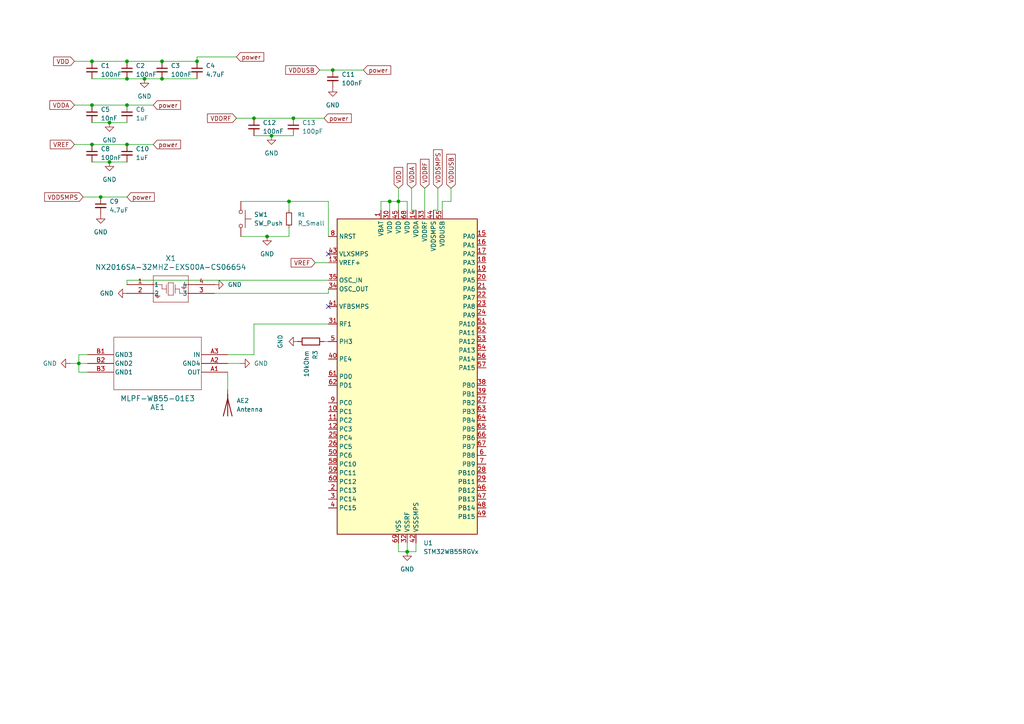
<source format=kicad_sch>
(kicad_sch (version 20250114) (generator "eeschema") (generator_version "9.0")
  (paper "A4")
  (lib_symbols
    (symbol "395_project_library:MLPF-WB55-01E3" (pin_names (offset 0.254))
      (property "Reference" "AE" (at 20.32 10.16 0))
      (property "Value" "MLPF-WB55-01E3" (at 20.32 7.62 0))
      (symbol "MLPF-WB55-01E3_0_1"
        (polyline (pts (xy 7.62 5.08) (xy 7.62 -10.16)) (stroke (width 0.127)))
        (polyline (pts (xy 7.62 -10.16) (xy 33.02 -10.16)) (stroke (width 0.127)))
        (polyline (pts (xy 33.02 5.08) (xy 7.62 5.08)) (stroke (width 0.127)))
        (polyline (pts (xy 33.02 -10.16) (xy 33.02 5.08)) (stroke (width 0.127)))
        (pin input line (at 0 0 0) (length 7.62) (name "OUT") (number "A1"))
        (pin power_out line (at 0 -2.54 0) (length 7.62) (name "GND4") (number "A2"))
        (pin output line (at 0 -5.08 0) (length 7.62) (name "IN") (number "A3"))
        (pin power_out line (at 40.64 0 180) (length 7.62) (name "GND1") (number "B3"))
        (pin power_out line (at 40.64 -2.54 180) (length 7.62) (name "GND2") (number "B2"))
        (pin power_out line (at 40.64 -5.08 180) (length 7.62) (name "GND3") (number "B1"))
      )
    )
    (symbol "395_project_library:NX2016SA-32MHZ-EXS00A-CS06654" (pin_names (offset 0.254))
      (property "Reference" "X" (at 12.7 7.62 0))
      (property "Value" "NX2016SA-32MHZ-EXS00A-CS06654" (at 12.7 5.08 0))
      (symbol "NX2016SA-32MHZ-EXS00A-CS06654_0_1"
        (polyline (pts (xy 7.62 2.54) (xy 7.62 -5.08)) (stroke (width 0.127)))
        (polyline (pts (xy 7.62 -2.54) (xy 8.89 -2.54)) (stroke (width 0.127)))
        (polyline (pts (xy 7.62 -5.08) (xy 17.78 -5.08)) (stroke (width 0.127)))
        (polyline (pts (xy 8.128 -3.302) (xy 9.652 -3.302)) (stroke (width 0.127)))
        (polyline (pts (xy 8.382 -3.556) (xy 9.398 -3.556)) (stroke (width 0.127)))
        (polyline (pts (xy 8.636 -3.81) (xy 9.144 -3.81)) (stroke (width 0.127)))
        (polyline (pts (xy 8.89 -2.54) (xy 8.89 -3.302)) (stroke (width 0.127)))
        (polyline (pts (xy 10.16 0) (xy 7.62 0)) (stroke (width 0.127)))
        (polyline (pts (xy 10.16 -1.27) (xy 10.16 0)) (stroke (width 0.127)))
        (polyline (pts (xy 11.43 0) (xy 11.43 -2.54)) (stroke (width 0.127)))
        (polyline (pts (xy 11.43 -1.27) (xy 10.16 -1.27)) (stroke (width 0.127)))
        (polyline (pts (xy 11.938 0.508) (xy 11.938 -3.048)) (stroke (width 0.127)))
        (polyline (pts (xy 11.938 -3.048) (xy 13.462 -3.048)) (stroke (width 0.127)))
        (polyline (pts (xy 13.462 0.508) (xy 11.938 0.508)) (stroke (width 0.127)))
        (polyline (pts (xy 13.462 -3.048) (xy 13.462 0.508)) (stroke (width 0.127)))
        (polyline (pts (xy 13.97 0) (xy 13.97 -2.54)) (stroke (width 0.127)))
        (polyline (pts (xy 13.97 -1.27) (xy 15.24 -1.27)) (stroke (width 0.127)))
        (polyline (pts (xy 15.24 -1.27) (xy 15.24 -2.54)) (stroke (width 0.127)))
        (polyline (pts (xy 15.24 -2.54) (xy 17.78 -2.54)) (stroke (width 0.127)))
        (polyline (pts (xy 16.51 0) (xy 16.51 -0.762)) (stroke (width 0.127)))
        (polyline (pts (xy 16.764 -1.27) (xy 16.256 -1.27)) (stroke (width 0.127)))
        (polyline (pts (xy 17.018 -1.016) (xy 16.002 -1.016)) (stroke (width 0.127)))
        (polyline (pts (xy 17.272 -0.762) (xy 15.748 -0.762)) (stroke (width 0.127)))
        (polyline (pts (xy 17.78 2.54) (xy 7.62 2.54)) (stroke (width 0.127)))
        (polyline (pts (xy 17.78 0) (xy 16.51 0)) (stroke (width 0.127)))
        (polyline (pts (xy 17.78 -5.08) (xy 17.78 2.54)) (stroke (width 0.127)))
        (pin unspecified line (at 0 0 0) (length 7.62) (name "1") (number "1"))
        (pin unspecified line (at 0 -2.54 0) (length 7.62) (name "2") (number "2"))
        (pin unspecified line (at 25.4 0 180) (length 7.62) (name "4") (number "4"))
        (pin unspecified line (at 25.4 -2.54 180) (length 7.62) (name "3") (number "3"))
      )
    )
    (symbol "Device:Antenna" (pin_numbers (hide yes)) (pin_names (offset 1.016) (hide yes))
      (property "Reference" "AE" (at -1.905 1.905 0))
      (property "Value" "Antenna" (at -1.905 0 0))
      (symbol "Antenna_0_1"
        (polyline (pts (xy 0 2.54) (xy 0 -3.81)) (stroke (width 0.254)))
        (polyline (pts (xy 1.27 2.54) (xy 0 -2.54) (xy -1.27 2.54)) (stroke (width 0.254)))
      )
      (symbol "Antenna_1_1"
        (pin input line (at 0 -5.08 90) (length 2.54) (name "A") (number "1"))
      )
    )
    (symbol "Device:C_Small" (pin_numbers (hide yes)) (pin_names (offset 0.254) (hide yes))
      (property "Reference" "C" (at 0.254 1.778 0))
      (property "Value" "C_Small" (at 0.254 -2.032 0))
      (symbol "C_Small_0_1"
        (polyline (pts (xy -1.524 0.508) (xy 1.524 0.508)) (stroke (width 0.3048)))
        (polyline (pts (xy -1.524 -0.508) (xy 1.524 -0.508)) (stroke (width 0.3302)))
      )
      (symbol "C_Small_1_1"
        (pin passive line (at 0 2.54 270) (length 2.032) (name "~") (number "1"))
        (pin passive line (at 0 -2.54 90) (length 2.032) (name "~") (number "2"))
      )
    )
    (symbol "Device:R" (pin_numbers (hide yes)) (pin_names (offset 0))
      (property "Reference" "R" (at 2.032 0 90))
      (property "Value" "R" (at 0 0 90))
      (symbol "R_0_1"
        (rectangle (start -1.016 -2.54) (end 1.016 2.54) (stroke (width 0.254)))
      )
      (symbol "R_1_1"
        (pin passive line (at 0 3.81 270) (length 1.27) (name "~") (number "1"))
        (pin passive line (at 0 -3.81 90) (length 1.27) (name "~") (number "2"))
      )
    )
    (symbol "Device:R_Small" (pin_numbers (hide yes)) (pin_names (offset 0.254) (hide yes))
      (property "Reference" "R" (at 0 0 90))
      (property "Value" "R_Small" (at 1.778 0 90))
      (symbol "R_Small_0_1"
        (rectangle (start -0.762 1.778) (end 0.762 -1.778) (stroke (width 0.2032)))
      )
      (symbol "R_Small_1_1"
        (pin passive line (at 0 2.54 270) (length 0.762) (name "~") (number "1"))
        (pin passive line (at 0 -2.54 90) (length 0.762) (name "~") (number "2"))
      )
    )
    (symbol "MCU_ST_STM32WB:STM32WB55RGVx"
      (property "Reference" "U" (at -20.32 46.99 0))
      (property "Value" "STM32WB55RGVx" (at 12.7 46.99 0))
      (symbol "STM32WB55RGVx_0_1"
        (rectangle (start -20.32 -45.72) (end 20.32 45.72) (stroke (width 0.254)) (fill (type background)))
      )
      (symbol "STM32WB55RGVx_1_1"
        (pin input line (at -22.86 40.64 0) (length 2.54) (name "NRST") (number "8"))
        (pin power_in line (at -22.86 35.56 0) (length 2.54) (name "VLXSMPS") (number "43"))
        (pin input line (at -22.86 33.02 0) (length 2.54) (name "VREF+") (number "13"))
        (pin input line (at -22.86 27.94 0) (length 2.54) (name "OSC_IN") (number "35"))
        (pin input line (at -22.86 25.4 0) (length 2.54) (name "OSC_OUT") (number "34"))
        (pin input line (at -22.86 20.32 0) (length 2.54) (name "VFBSMPS") (number "41"))
        (pin bidirectional line (at -22.86 15.24 0) (length 2.54) (name "RF1") (number "31"))
        (pin bidirectional line (at -22.86 10.16 0) (length 2.54) (name "PH3") (number "5"))
        (pin bidirectional line (at -22.86 5.08 0) (length 2.54) (name "PE4") (number "40"))
        (pin bidirectional line (at -22.86 0 0) (length 2.54) (name "PD0") (number "61"))
        (pin bidirectional line (at -22.86 -2.54 0) (length 2.54) (name "PD1") (number "62"))
        (pin bidirectional line (at -22.86 -7.62 0) (length 2.54) (name "PC0") (number "9"))
        (pin bidirectional line (at -22.86 -10.16 0) (length 2.54) (name "PC1") (number "10"))
        (pin bidirectional line (at -22.86 -12.7 0) (length 2.54) (name "PC2") (number "11"))
        (pin bidirectional line (at -22.86 -15.24 0) (length 2.54) (name "PC3") (number "12"))
        (pin bidirectional line (at -22.86 -17.78 0) (length 2.54) (name "PC4") (number "25"))
        (pin bidirectional line (at -22.86 -20.32 0) (length 2.54) (name "PC5") (number "26"))
        (pin bidirectional line (at -22.86 -22.86 0) (length 2.54) (name "PC6") (number "50"))
        (pin bidirectional line (at -22.86 -25.4 0) (length 2.54) (name "PC10") (number "58"))
        (pin bidirectional line (at -22.86 -27.94 0) (length 2.54) (name "PC11") (number "59"))
        (pin bidirectional line (at -22.86 -30.48 0) (length 2.54) (name "PC12") (number "60"))
        (pin bidirectional line (at -22.86 -33.02 0) (length 2.54) (name "PC13") (number "2"))
        (pin bidirectional line (at -22.86 -35.56 0) (length 2.54) (name "PC14") (number "3"))
        (pin bidirectional line (at -22.86 -38.1 0) (length 2.54) (name "PC15") (number "4"))
        (pin no_connect line (at -20.32 -43.18 0) (length 2.54) (hide yes) (name "AT1") (number "37"))
        (pin no_connect line (at -20.32 -45.72 0) (length 2.54) (hide yes) (name "AT0") (number "36"))
        (pin power_in line (at -7.62 48.26 270) (length 2.54) (name "VBAT") (number "1"))
        (pin power_in line (at -5.08 48.26 270) (length 2.54) (name "VDD") (number "30"))
        (pin power_in line (at -2.54 48.26 270) (length 2.54) (name "VDD") (number "45"))
        (pin power_in line (at -2.54 -48.26 90) (length 2.54) (name "VSS") (number "69"))
        (pin power_in line (at 0 48.26 270) (length 2.54) (name "VDD") (number "68"))
        (pin power_in line (at 0 -48.26 90) (length 2.54) (name "VSSRF") (number "32"))
        (pin power_in line (at 2.54 48.26 270) (length 2.54) (name "VDDA") (number "14"))
        (pin power_in line (at 2.54 -48.26 90) (length 2.54) (name "VSSSMPS") (number "42"))
        (pin power_in line (at 5.08 48.26 270) (length 2.54) (name "VDDRF") (number "33"))
        (pin power_in line (at 7.62 48.26 270) (length 2.54) (name "VDDSMPS") (number "44"))
        (pin power_in line (at 10.16 48.26 270) (length 2.54) (name "VDDUSB") (number "55"))
        (pin bidirectional line (at 22.86 40.64 180) (length 2.54) (name "PA0") (number "15"))
        (pin bidirectional line (at 22.86 38.1 180) (length 2.54) (name "PA1") (number "16"))
        (pin bidirectional line (at 22.86 35.56 180) (length 2.54) (name "PA2") (number "17"))
        (pin bidirectional line (at 22.86 33.02 180) (length 2.54) (name "PA3") (number "18"))
        (pin bidirectional line (at 22.86 30.48 180) (length 2.54) (name "PA4") (number "19"))
        (pin bidirectional line (at 22.86 27.94 180) (length 2.54) (name "PA5") (number "20"))
        (pin bidirectional line (at 22.86 25.4 180) (length 2.54) (name "PA6") (number "21"))
        (pin bidirectional line (at 22.86 22.86 180) (length 2.54) (name "PA7") (number "22"))
        (pin bidirectional line (at 22.86 20.32 180) (length 2.54) (name "PA8") (number "23"))
        (pin bidirectional line (at 22.86 17.78 180) (length 2.54) (name "PA9") (number "24"))
        (pin bidirectional line (at 22.86 15.24 180) (length 2.54) (name "PA10") (number "51"))
        (pin bidirectional line (at 22.86 12.7 180) (length 2.54) (name "PA11") (number "52"))
        (pin bidirectional line (at 22.86 10.16 180) (length 2.54) (name "PA12") (number "53"))
        (pin bidirectional line (at 22.86 7.62 180) (length 2.54) (name "PA13") (number "54"))
        (pin bidirectional line (at 22.86 5.08 180) (length 2.54) (name "PA14") (number "56"))
        (pin bidirectional line (at 22.86 2.54 180) (length 2.54) (name "PA15") (number "57"))
        (pin bidirectional line (at 22.86 -2.54 180) (length 2.54) (name "PB0") (number "38"))
        (pin bidirectional line (at 22.86 -5.08 180) (length 2.54) (name "PB1") (number "39"))
        (pin bidirectional line (at 22.86 -7.62 180) (length 2.54) (name "PB2") (number "27"))
        (pin bidirectional line (at 22.86 -10.16 180) (length 2.54) (name "PB3") (number "63"))
        (pin bidirectional line (at 22.86 -12.7 180) (length 2.54) (name "PB4") (number "64"))
        (pin bidirectional line (at 22.86 -15.24 180) (length 2.54) (name "PB5") (number "65"))
        (pin bidirectional line (at 22.86 -17.78 180) (length 2.54) (name "PB6") (number "66"))
        (pin bidirectional line (at 22.86 -20.32 180) (length 2.54) (name "PB7") (number "67"))
        (pin bidirectional line (at 22.86 -22.86 180) (length 2.54) (name "PB8") (number "6"))
        (pin bidirectional line (at 22.86 -25.4 180) (length 2.54) (name "PB9") (number "7"))
        (pin bidirectional line (at 22.86 -27.94 180) (length 2.54) (name "PB10") (number "28"))
        (pin bidirectional line (at 22.86 -30.48 180) (length 2.54) (name "PB11") (number "29"))
        (pin bidirectional line (at 22.86 -33.02 180) (length 2.54) (name "PB12") (number "46"))
        (pin bidirectional line (at 22.86 -35.56 180) (length 2.54) (name "PB13") (number "47"))
        (pin bidirectional line (at 22.86 -38.1 180) (length 2.54) (name "PB14") (number "48"))
        (pin bidirectional line (at 22.86 -40.64 180) (length 2.54) (name "PB15") (number "49"))
      )
    )
    (symbol "Switch:SW_Push" (pin_numbers (hide yes)) (pin_names (offset 1.016) (hide yes))
      (property "Reference" "SW" (at 1.27 2.54 0))
      (property "Value" "SW_Push" (at 0 -1.524 0))
      (symbol "SW_Push_0_1"
        (circle (center -2.032 0) (radius 0.508))
        (polyline (pts (xy 0 1.27) (xy 0 3.048)))
        (circle (center 2.032 0) (radius 0.508))
        (polyline (pts (xy 2.54 1.27) (xy -2.54 1.27)))
        (pin passive line (at -5.08 0 0) (length 2.54) (name "1") (number "1"))
        (pin passive line (at 5.08 0 180) (length 2.54) (name "2") (number "2"))
      )
    )
    (symbol "power:GND" (power) (pin_numbers (hide yes)) (pin_names (offset 0) (hide yes))
      (property "Value" "GND" (at 0 -3.81 0))
      (symbol "GND_0_1"
        (polyline (pts (xy 0 0) (xy 0 -1.27) (xy 1.27 -1.27) (xy 0 -2.54) (xy -1.27 -1.27) (xy 0 -1.27)))
      )
      (symbol "GND_1_1"
        (pin power_in line (at 0 0 270) (length 0) (name "~") (number "1"))
      )
    )
  )
  (junction (at 31.75 46.99))
  (junction (at 31.75 35.56))
  (junction (at 85.09 34.29))
  (junction (at 73.66 34.29))
  (junction (at 41.91 22.86))
  (junction (at 26.67 41.91))
  (junction (at 46.99 22.86))
  (junction (at 115.57 58.42))
  (junction (at 26.67 30.48))
  (junction (at 26.67 17.78))
  (junction (at 36.83 22.86))
  (junction (at 77.47 68.58))
  (junction (at 36.83 17.78))
  (junction (at 83.82 58.42))
  (junction (at 22.86 105.41))
  (junction (at 113.03 58.42))
  (junction (at 57.15 17.78))
  (junction (at 118.11 160.02))
  (junction (at 36.83 30.48))
  (junction (at 29.21 57.15))
  (junction (at 78.74 39.37))
  (junction (at 96.52 20.32))
  (junction (at 36.83 41.91))
  (junction (at 46.99 17.78))
  (no_connect (at 95.25 88.9))
  (no_connect (at 95.25 73.66))
  (wire (pts (xy 26.67 17.78) (xy 36.83 17.78)))
  (wire (pts (xy 118.11 157.48) (xy 118.11 160.02)))
  (wire (pts (xy 83.82 58.42) (xy 95.25 58.42)))
  (wire (pts (xy 69.85 105.41) (xy 66.04 105.41)))
  (wire (pts (xy 95.25 83.82) (xy 95.25 85.09)))
  (wire (pts (xy 66.04 102.87) (xy 73.66 102.87)))
  (wire (pts (xy 119.38 54.61) (xy 119.38 60.96)))
  (wire (pts (xy 36.83 22.86) (xy 41.91 22.86)))
  (wire (pts (xy 118.11 58.42) (xy 118.11 60.96)))
  (wire (pts (xy 115.57 54.61) (xy 115.57 58.42)))
  (wire (pts (xy 127 54.61) (xy 127 60.96)))
  (wire (pts (xy 123.19 54.61) (xy 123.19 60.96)))
  (wire (pts (xy 127 60.96) (xy 125.73 60.96)))
  (wire (pts (xy 130.81 58.42) (xy 128.27 58.42)))
  (wire (pts (xy 22.86 105.41) (xy 20.32 105.41)))
  (wire (pts (xy 73.66 93.98) (xy 95.25 93.98)))
  (wire (pts (xy 25.4 102.87) (xy 22.86 102.87)))
  (wire (pts (xy 73.66 34.29) (xy 85.09 34.29)))
  (wire (pts (xy 46.99 22.86) (xy 57.15 22.86)))
  (wire (pts (xy 73.66 102.87) (xy 73.66 93.98)))
  (wire (pts (xy 119.38 60.96) (xy 120.65 60.96)))
  (wire (pts (xy 120.65 157.48) (xy 120.65 160.02)))
  (wire (pts (xy 66.04 107.95) (xy 66.04 113.03)))
  (wire (pts (xy 25.4 105.41) (xy 22.86 105.41)))
  (wire (pts (xy 36.83 30.48) (xy 44.45 30.48)))
  (wire (pts (xy 31.75 35.56) (xy 36.83 35.56)))
  (wire (pts (xy 41.91 22.86) (xy 46.99 22.86)))
  (wire (pts (xy 26.67 22.86) (xy 36.83 22.86)))
  (wire (pts (xy 21.59 41.91) (xy 26.67 41.91)))
  (wire (pts (xy 115.57 160.02) (xy 118.11 160.02)))
  (wire (pts (xy 78.74 39.37) (xy 85.09 39.37)))
  (wire (pts (xy 26.67 30.48) (xy 36.83 30.48)))
  (wire (pts (xy 91.44 76.2) (xy 95.25 76.2)))
  (wire (pts (xy 113.03 58.42) (xy 113.03 60.96)))
  (wire (pts (xy 36.83 41.91) (xy 44.45 41.91)))
  (wire (pts (xy 110.49 58.42) (xy 110.49 60.96)))
  (wire (pts (xy 130.81 54.61) (xy 130.81 58.42)))
  (wire (pts (xy 93.98 99.06) (xy 95.25 99.06)))
  (wire (pts (xy 69.85 58.42) (xy 83.82 58.42)))
  (wire (pts (xy 22.86 102.87) (xy 22.86 105.41)))
  (wire (pts (xy 46.99 17.78) (xy 57.15 17.78)))
  (wire (pts (xy 83.82 68.58) (xy 83.82 66.04)))
  (wire (pts (xy 110.49 58.42) (xy 113.03 58.42)))
  (wire (pts (xy 57.15 16.51) (xy 57.15 17.78)))
  (wire (pts (xy 95.25 81.28) (xy 36.83 81.28)))
  (wire (pts (xy 22.86 107.95) (xy 22.86 105.41)))
  (wire (pts (xy 31.75 46.99) (xy 36.83 46.99)))
  (wire (pts (xy 25.4 107.95) (xy 22.86 107.95)))
  (wire (pts (xy 92.71 20.32) (xy 96.52 20.32)))
  (wire (pts (xy 36.83 17.78) (xy 46.99 17.78)))
  (wire (pts (xy 118.11 160.02) (xy 120.65 160.02)))
  (wire (pts (xy 96.52 20.32) (xy 105.41 20.32)))
  (wire (pts (xy 115.57 157.48) (xy 115.57 160.02)))
  (wire (pts (xy 36.83 81.28) (xy 36.83 82.55)))
  (wire (pts (xy 73.66 39.37) (xy 78.74 39.37)))
  (wire (pts (xy 128.27 58.42) (xy 128.27 60.96)))
  (wire (pts (xy 68.58 34.29) (xy 73.66 34.29)))
  (wire (pts (xy 21.59 30.48) (xy 26.67 30.48)))
  (wire (pts (xy 85.09 34.29) (xy 93.98 34.29)))
  (wire (pts (xy 69.85 68.58) (xy 77.47 68.58)))
  (wire (pts (xy 21.59 17.78) (xy 26.67 17.78)))
  (wire (pts (xy 95.25 85.09) (xy 62.23 85.09)))
  (wire (pts (xy 83.82 58.42) (xy 83.82 60.96)))
  (wire (pts (xy 115.57 58.42) (xy 118.11 58.42)))
  (wire (pts (xy 24.13 57.15) (xy 29.21 57.15)))
  (wire (pts (xy 115.57 58.42) (xy 115.57 60.96)))
  (wire (pts (xy 95.25 58.42) (xy 95.25 68.58)))
  (wire (pts (xy 77.47 68.58) (xy 83.82 68.58)))
  (wire (pts (xy 26.67 46.99) (xy 31.75 46.99)))
  (wire (pts (xy 29.21 57.15) (xy 36.83 57.15)))
  (wire (pts (xy 26.67 41.91) (xy 36.83 41.91)))
  (wire (pts (xy 26.67 35.56) (xy 31.75 35.56)))
  (wire (pts (xy 68.58 16.51) (xy 57.15 16.51)))
  (wire (pts (xy 113.03 58.42) (xy 115.57 58.42)))
  (global_label "VDD" (shape input) (at 21.59 17.78 180) (property "Intersheetrefs" "${INTERSHEET_REFS}" (effects (hide yes))))
  (global_label "VDDRF" (shape input) (at 68.58 34.29 180) (property "Intersheetrefs" "${INTERSHEET_REFS}" (effects (hide yes))))
  (global_label "VREF" (shape input) (at 91.44 76.2 180) (property "Intersheetrefs" "${INTERSHEET_REFS}" (effects (hide yes))))
  (global_label "power" (shape input) (at 105.41 20.32 0) (property "Intersheetrefs" "${INTERSHEET_REFS}" (effects (hide yes))))
  (global_label "VDD" (shape input) (at 115.57 54.61 90) (property "Intersheetrefs" "${INTERSHEET_REFS}" (effects (hide yes))))
  (global_label "VDDA" (shape input) (at 21.59 30.48 180) (property "Intersheetrefs" "${INTERSHEET_REFS}" (effects (hide yes))))
  (global_label "VDDSMPS" (shape input) (at 127 54.61 90) (property "Intersheetrefs" "${INTERSHEET_REFS}" (effects (hide yes))))
  (global_label "VDDRF" (shape input) (at 123.19 54.61 90) (property "Intersheetrefs" "${INTERSHEET_REFS}" (effects (hide yes))))
  (global_label "power" (shape input) (at 93.98 34.29 0) (property "Intersheetrefs" "${INTERSHEET_REFS}" (effects (hide yes))))
  (global_label "VDDUSB" (shape input) (at 130.81 54.61 90) (property "Intersheetrefs" "${INTERSHEET_REFS}" (effects (hide yes))))
  (global_label "VREF" (shape input) (at 21.59 41.91 180) (property "Intersheetrefs" "${INTERSHEET_REFS}" (effects (hide yes))))
  (global_label "VDDUSB" (shape input) (at 92.71 20.32 180) (property "Intersheetrefs" "${INTERSHEET_REFS}" (effects (hide yes))))
  (global_label "power" (shape input) (at 36.83 57.15 0) (property "Intersheetrefs" "${INTERSHEET_REFS}" (effects (hide yes))))
  (global_label "power" (shape input) (at 68.58 16.51 0) (property "Intersheetrefs" "${INTERSHEET_REFS}" (effects (hide yes))))
  (global_label "VDDA" (shape input) (at 119.38 54.61 90) (property "Intersheetrefs" "${INTERSHEET_REFS}" (effects (hide yes))))
  (global_label "power" (shape input) (at 44.45 41.91 0) (property "Intersheetrefs" "${INTERSHEET_REFS}" (effects (hide yes))))
  (global_label "power" (shape input) (at 44.45 30.48 0) (property "Intersheetrefs" "${INTERSHEET_REFS}" (effects (hide yes))))
  (global_label "VDDSMPS" (shape input) (at 24.13 57.15 180) (property "Intersheetrefs" "${INTERSHEET_REFS}" (effects (hide yes))))
  (symbol (lib_id "power:GND") (at 62.23 82.55 90) (unit 1)
    (property "Reference" "#PWR012" (effects (hide yes)))
    (property "Value" "GND" (at 66.04 82.5499 90) (effects (justify right)))
    (property "Description" "Power symbol creates a global label with name \"GND\" , ground" (effects (hide yes)))
  )
  (symbol (lib_id "power:GND") (at 118.11 160.02 0) (unit 1)
    (property "Reference" "#PWR011" (effects (hide yes)))
    (property "Value" "GND" (at 118.11 165.1 0))
    (property "Description" "Power symbol creates a global label with name \"GND\" , ground" (effects (hide yes)))
  )
  (symbol (lib_id "Device:C_Small") (at 36.83 44.45 0) (unit 1)
    (property "Reference" "C10" (at 39.37 43.1862 0) (effects (justify left)))
    (property "Value" "1uF" (at 39.37 45.7262 0) (effects (justify left)))
    (property "Description" "Unpolarized capacitor, small symbol" (effects (hide yes)))
  )
  (symbol (lib_id "power:GND") (at 20.32 105.41 270) (unit 1)
    (property "Reference" "#PWR02" (effects (hide yes)))
    (property "Value" "GND" (at 16.51 105.4101 90) (effects (justify right)))
    (property "Description" "Power symbol creates a global label with name \"GND\" , ground" (effects (hide yes)))
  )
  (symbol (lib_id "Device:C_Small") (at 29.21 59.69 0) (unit 1)
    (property "Reference" "C9" (at 31.75 58.4262 0) (effects (justify left)))
    (property "Value" "4.7uF" (at 31.75 60.9662 0) (effects (justify left)))
    (property "Description" "Unpolarized capacitor, small symbol" (effects (hide yes)))
  )
  (symbol (lib_id "power:GND") (at 78.74 39.37 0) (unit 1)
    (property "Reference" "#PWR010" (effects (hide yes)))
    (property "Value" "GND" (at 78.74 44.45 0))
    (property "Description" "Power symbol creates a global label with name \"GND\" , ground" (effects (hide yes)))
  )
  (symbol (lib_id "power:GND") (at 96.52 25.4 0) (unit 1)
    (property "Reference" "#PWR09" (effects (hide yes)))
    (property "Value" "GND" (at 96.52 30.48 0))
    (property "Description" "Power symbol creates a global label with name \"GND\" , ground" (effects (hide yes)))
  )
  (symbol (lib_id "Device:C_Small") (at 57.15 20.32 0) (unit 1)
    (property "Reference" "C4" (at 59.69 19.0562 0) (effects (justify left)))
    (property "Value" "4.7uF" (at 59.69 21.5962 0) (effects (justify left)))
    (property "Description" "Unpolarized capacitor, small symbol" (effects (hide yes)))
  )
  (symbol (lib_id "power:GND") (at 41.91 22.86 0) (unit 1)
    (property "Reference" "#PWR07" (effects (hide yes)))
    (property "Value" "GND" (at 41.91 27.94 0))
    (property "Description" "Power symbol creates a global label with name \"GND\" , ground" (effects (hide yes)))
  )
  (symbol (lib_id "Device:C_Small") (at 85.09 36.83 0) (unit 1)
    (property "Reference" "C13" (at 87.63 35.5662 0) (effects (justify left)))
    (property "Value" "100pF" (at 87.63 38.1062 0) (effects (justify left)))
    (property "Description" "Unpolarized capacitor, small symbol" (effects (hide yes)))
  )
  (symbol (lib_id "Device:C_Small") (at 46.99 20.32 0) (unit 1)
    (property "Reference" "C3" (at 49.53 19.0562 0) (effects (justify left)))
    (property "Value" "100nF" (at 49.53 21.5962 0) (effects (justify left)))
    (property "Description" "Unpolarized capacitor, small symbol" (effects (hide yes)))
  )
  (symbol (lib_id "power:GND") (at 86.36 99.06 270) (unit 1)
    (property "Reference" "#PWR018" (effects (hide yes)))
    (property "Value" "GND" (at 81.28 99.06 0))
    (property "Description" "Power symbol creates a global label with name \"GND\" , ground" (effects (hide yes)))
  )
  (symbol (lib_id "power:GND") (at 36.83 85.09 270) (unit 1)
    (property "Reference" "#PWR013" (effects (hide yes)))
    (property "Value" "GND" (at 33.02 85.0899 90) (effects (justify right)))
    (property "Description" "Power symbol creates a global label with name \"GND\" , ground" (effects (hide yes)))
  )
  (symbol (lib_id "Switch:SW_Push") (at 69.85 63.5 270) (unit 1)
    (property "Reference" "SW1" (at 73.66 62.2299 90) (effects (justify left)))
    (property "Value" "SW_Push" (at 73.66 64.7699 90) (effects (justify left)))
    (property "Description" "Push button switch, generic, two pins" (effects (hide yes)))
  )
  (symbol (lib_id "power:GND") (at 29.21 62.23 0) (unit 1)
    (property "Reference" "#PWR08" (effects (hide yes)))
    (property "Value" "GND" (at 29.21 67.31 0))
    (property "Description" "Power symbol creates a global label with name \"GND\" , ground" (effects (hide yes)))
  )
  (symbol (lib_id "Device:C_Small") (at 26.67 44.45 0) (unit 1)
    (property "Reference" "C8" (at 29.21 43.1862 0) (effects (justify left)))
    (property "Value" "100nF" (at 29.21 45.7262 0) (effects (justify left)))
    (property "Description" "Unpolarized capacitor, small symbol" (effects (hide yes)))
  )
  (symbol (lib_id "395_project_library:NX2016SA-32MHZ-EXS00A-CS06654") (at 36.83 82.55 0) (unit 1)
    (property "Reference" "X1" (at 49.53 74.93 0) (effects (font (size 1.524 1.524))))
    (property "Value" "NX2016SA-32MHZ-EXS00A-CS06654" (at 49.53 77.47 0) (effects (font (size 1.524 1.524))))
    (property "Footprint" "NX2016SA_NDK" (effects (hide yes)))
    (property "Datasheet" "NX2016SA-32MHZ-EXS00A-CS06654" (effects (hide yes)))
  )
  (symbol (lib_id "power:GND") (at 31.75 35.56 0) (unit 1)
    (property "Reference" "#PWR05" (effects (hide yes)))
    (property "Value" "GND" (at 31.75 40.64 0))
    (property "Description" "Power symbol creates a global label with name \"GND\" , ground" (effects (hide yes)))
  )
  (symbol (lib_id "power:GND") (at 69.85 105.41 90) (unit 1)
    (property "Reference" "#PWR01" (effects (hide yes)))
    (property "Value" "GND" (at 73.66 105.4101 90) (effects (justify right)))
    (property "Description" "Power symbol creates a global label with name \"GND\" , ground" (effects (hide yes)))
  )
  (symbol (lib_id "power:GND") (at 31.75 46.99 0) (unit 1)
    (property "Reference" "#PWR03" (effects (hide yes)))
    (property "Value" "GND" (at 31.75 52.07 0))
    (property "Description" "Power symbol creates a global label with name \"GND\" , ground" (effects (hide yes)))
  )
  (symbol (lib_id "Device:C_Small") (at 36.83 20.32 0) (unit 1)
    (property "Reference" "C2" (at 39.37 19.0562 0) (effects (justify left)))
    (property "Value" "100nF" (at 39.37 21.5962 0) (effects (justify left)))
    (property "Description" "Unpolarized capacitor, small symbol" (effects (hide yes)))
  )
  (symbol (lib_id "395_project_library:MLPF-WB55-01E3") (at 66.04 107.95 180) (unit 1)
    (property "Reference" "AE1" (at 45.72 118.11 0) (effects (font (size 1.524 1.524))))
    (property "Value" "MLPF-WB55-01E3" (at 45.72 115.57 0) (effects (font (size 1.524 1.524))))
    (property "Footprint" "MLPF-WB55-01E3_STM" (effects (hide yes)))
    (property "Datasheet" "https://www.st.com/resource/en/datasheet/mlpf-wb55-01e3.pdf" (effects (hide yes)))
  )
  (symbol (lib_id "power:GND") (at 77.47 68.58 0) (unit 1)
    (property "Reference" "#PWR04" (effects (hide yes)))
    (property "Value" "GND" (at 77.47 73.66 0))
    (property "Description" "Power symbol creates a global label with name \"GND\" , ground" (effects (hide yes)))
  )
  (symbol (lib_id "Device:C_Small") (at 96.52 22.86 0) (unit 1)
    (property "Reference" "C11" (at 99.06 21.5962 0) (effects (justify left)))
    (property "Value" "100nF" (at 99.06 24.1362 0) (effects (justify left)))
    (property "Description" "Unpolarized capacitor, small symbol" (effects (hide yes)))
  )
  (symbol (lib_id "MCU_ST_STM32WB:STM32WB55RGVx") (at 118.11 109.22 0) (unit 1)
    (property "Reference" "U1" (at 122.7933 157.48 0) (effects (justify left)))
    (property "Value" "STM32WB55RGVx" (at 122.7933 160.02 0) (effects (justify left)))
    (property "Footprint" "Package_DFN_QFN:QFN-68-1EP_8x8mm_P0.4mm_EP6.4x6.4mm" (effects (hide yes)))
    (property "Datasheet" "https://www.st.com/resource/en/datasheet/stm32wb55rg.pdf" (effects (hide yes)))
    (property "Description" "STMicroelectronics Arm Cortex-M4 MCU, 1024KB flash, 256KB RAM, 64 MHz, 1.71-3.6V, 49 GPIO, VFQFPN68" (effects (hide yes)))
  )
  (symbol (lib_id "Device:C_Small") (at 26.67 33.02 0) (unit 1)
    (property "Reference" "C5" (at 29.21 31.7562 0) (effects (justify left)))
    (property "Value" "10nF" (at 29.21 34.2962 0) (effects (justify left)))
    (property "Description" "Unpolarized capacitor, small symbol" (effects (hide yes)))
  )
  (symbol (lib_id "Device:C_Small") (at 73.66 36.83 0) (unit 1)
    (property "Reference" "C12" (at 76.2 35.5662 0) (effects (justify left)))
    (property "Value" "100nF" (at 76.2 38.1062 0) (effects (justify left)))
    (property "Description" "Unpolarized capacitor, small symbol" (effects (hide yes)))
  )
  (symbol (lib_id "Device:R_Small") (at 83.82 63.5 0) (unit 1)
    (property "Reference" "R1" (at 86.36 62.2299 0) (effects (font (size 1.016 1.016)) (justify left)))
    (property "Value" "R_Small" (at 86.36 64.7699 0) (effects (justify left)))
    (property "Description" "Resistor, small symbol" (effects (hide yes)))
  )
  (symbol (lib_id "Device:R") (at 90.17 99.06 270) (unit 1)
    (property "Reference" "R3" (at 91.4401 101.6 0) (effects (justify left)))
    (property "Value" "10kOhm" (at 88.9001 101.6 0) (effects (justify left)))
    (property "Footprint" "Resistor_SMD:R_0805_2012Metric_Pad1.20x1.40mm_HandSolder" (effects (hide yes)))
    (property "Description" "Resistor" (effects (hide yes)))
  )
  (symbol (lib_id "Device:C_Small") (at 36.83 33.02 0) (unit 1)
    (property "Reference" "C6" (at 39.37 31.7562 0) (effects (justify left)))
    (property "Value" "1uF" (at 39.37 34.2962 0) (effects (justify left)))
    (property "Description" "Unpolarized capacitor, small symbol" (effects (hide yes)))
  )
  (symbol (lib_id "Device:C_Small") (at 26.67 20.32 0) (unit 1)
    (property "Reference" "C1" (at 29.21 19.0562 0) (effects (justify left)))
    (property "Value" "100nF" (at 29.21 21.5962 0) (effects (justify left)))
    (property "Description" "Unpolarized capacitor, small symbol" (effects (hide yes)))
  )
  (symbol (lib_id "Device:Antenna") (at 66.04 118.11 180) (unit 1)
    (property "Reference" "AE2" (at 68.58 116.2049 0) (effects (justify right)))
    (property "Value" "Antenna" (at 68.58 118.7449 0) (effects (justify right)))
    (property "Description" "Antenna" (effects (hide yes)))
  )
)
</source>
